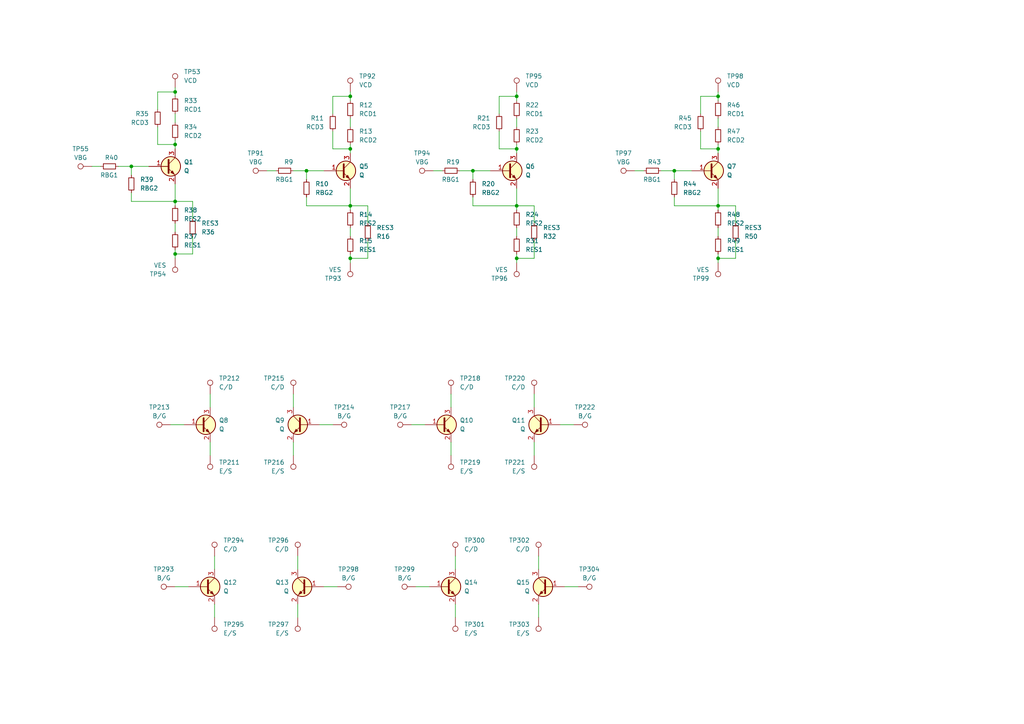
<source format=kicad_sch>
(kicad_sch (version 20250114) (generator "eeschema") (generator_version "9.0")
  (paper "A4")
  (lib_symbols
    (symbol "Connector:TestPoint" (pin_numbers (hide yes)) (pin_names (offset 0.762) (hide yes))
      (property "Reference" "TP" (at 0 6.858 0))
      (property "Value" "TestPoint" (at 0 5.08 0))
      (symbol "TestPoint_0_1"
        (circle (center 0 3.302) (radius 0.762))
      )
      (symbol "TestPoint_1_1"
        (pin passive line (at 0 0 90) (length 2.54) (name "1") (number "1"))
      )
    )
    (symbol "Device:R_Small" (pin_numbers (hide yes)) (pin_names (offset 0.254) (hide yes))
      (property "Reference" "R" (at 0.762 0.508 0))
      (property "Value" "R_Small" (at 0.762 -1.016 0))
      (symbol "R_Small_0_1"
        (rectangle (start -0.762 1.778) (end 0.762 -1.778) (stroke (width 0.2032)))
      )
      (symbol "R_Small_1_1"
        (pin passive line (at 0 2.54 270) (length 0.762) (name "~") (number "1"))
        (pin passive line (at 0 -2.54 90) (length 0.762) (name "~") (number "2"))
      )
    )
    (symbol "PCM_Transistor_BJT_AKL:BC847" (pin_names (hide yes))
      (property "Reference" "Q" (at 5.08 1.27 0))
      (property "Value" "BC847" (at 5.08 -1.27 0))
      (symbol "BC847_0_1"
        (polyline (pts (xy 0.635 1.905) (xy 0.635 -1.905) (xy 0.635 -1.905)) (stroke (width 0.508)))
        (polyline (pts (xy 0.635 0.635) (xy 2.54 2.54)))
        (polyline (pts (xy 0.635 -0.635) (xy 2.54 -2.54) (xy 2.54 -2.54)))
        (circle (center 1.27 0) (radius 2.8194) (stroke (width 0.254)) (fill (type background)))
        (polyline (pts (xy 1.27 -1.778) (xy 1.778 -1.27) (xy 2.286 -2.286) (xy 1.27 -1.778) (xy 1.27 -1.778)) (fill (type outline)))
      )
      (symbol "BC847_1_1"
        (pin input line (at -5.08 0 0) (length 5.715) (name "B") (number "1"))
        (pin passive line (at 2.54 5.08 270) (length 2.54) (name "C") (number "3"))
        (pin passive line (at 2.54 -5.08 90) (length 2.54) (name "E") (number "2"))
      )
    )
  )
  (junction (at 101.6 27.94))
  (junction (at 195.58 49.53))
  (junction (at 149.86 43.18))
  (junction (at 149.86 27.94))
  (junction (at 50.8 41.91))
  (junction (at 149.86 74.93))
  (junction (at 149.86 59.69))
  (junction (at 208.28 74.93))
  (junction (at 101.6 59.69))
  (junction (at 101.6 43.18))
  (junction (at 50.8 73.66))
  (junction (at 208.28 43.18))
  (junction (at 50.8 26.67))
  (junction (at 208.28 59.69))
  (junction (at 38.1 48.26))
  (junction (at 137.16 49.53))
  (junction (at 50.8 58.42))
  (junction (at 101.6 74.93))
  (junction (at 208.28 27.94))
  (junction (at 88.9 49.53))
  (wire (pts (xy 55.88 68.58) (xy 55.88 73.66)))
  (wire (pts (xy 85.09 114.3) (xy 85.09 118.11)))
  (wire (pts (xy 208.28 41.91) (xy 208.28 43.18)))
  (wire (pts (xy 213.36 69.85) (xy 213.36 74.93)))
  (wire (pts (xy 137.16 59.69) (xy 149.86 59.69)))
  (wire (pts (xy 96.52 43.18) (xy 101.6 43.18)))
  (wire (pts (xy 144.78 27.94) (xy 149.86 27.94)))
  (wire (pts (xy 137.16 49.53) (xy 137.16 52.07)))
  (wire (pts (xy 50.8 25.4) (xy 50.8 26.67)))
  (wire (pts (xy 50.8 41.91) (xy 50.8 43.18)))
  (wire (pts (xy 208.28 54.61) (xy 208.28 59.69)))
  (wire (pts (xy 149.86 34.29) (xy 149.86 36.83)))
  (wire (pts (xy 137.16 57.15) (xy 137.16 59.69)))
  (wire (pts (xy 166.37 123.19) (xy 162.56 123.19)))
  (wire (pts (xy 85.09 49.53) (xy 88.9 49.53)))
  (wire (pts (xy 34.29 48.26) (xy 38.1 48.26)))
  (wire (pts (xy 88.9 49.53) (xy 88.9 52.07)))
  (wire (pts (xy 101.6 43.18) (xy 101.6 44.45)))
  (wire (pts (xy 156.21 175.26) (xy 156.21 179.07)))
  (wire (pts (xy 96.52 27.94) (xy 101.6 27.94)))
  (wire (pts (xy 50.8 26.67) (xy 50.8 27.94)))
  (wire (pts (xy 154.94 69.85) (xy 154.94 74.93)))
  (wire (pts (xy 132.08 175.26) (xy 132.08 179.07)))
  (wire (pts (xy 85.09 128.27) (xy 85.09 132.08)))
  (wire (pts (xy 137.16 49.53) (xy 142.24 49.53)))
  (wire (pts (xy 101.6 41.91) (xy 101.6 43.18)))
  (wire (pts (xy 86.36 175.26) (xy 86.36 179.07)))
  (wire (pts (xy 213.36 74.93) (xy 208.28 74.93)))
  (wire (pts (xy 96.52 38.1) (xy 96.52 43.18)))
  (wire (pts (xy 132.08 161.29) (xy 132.08 165.1)))
  (wire (pts (xy 208.28 34.29) (xy 208.28 36.83)))
  (wire (pts (xy 101.6 34.29) (xy 101.6 36.83)))
  (wire (pts (xy 203.2 27.94) (xy 208.28 27.94)))
  (wire (pts (xy 203.2 43.18) (xy 208.28 43.18)))
  (wire (pts (xy 96.52 33.02) (xy 96.52 27.94)))
  (wire (pts (xy 101.6 76.2) (xy 101.6 74.93)))
  (wire (pts (xy 191.77 49.53) (xy 195.58 49.53)))
  (wire (pts (xy 38.1 58.42) (xy 50.8 58.42)))
  (wire (pts (xy 106.68 59.69) (xy 101.6 59.69)))
  (wire (pts (xy 38.1 55.88) (xy 38.1 58.42)))
  (wire (pts (xy 213.36 64.77) (xy 213.36 59.69)))
  (wire (pts (xy 154.94 64.77) (xy 154.94 59.69)))
  (wire (pts (xy 45.72 26.67) (xy 50.8 26.67)))
  (wire (pts (xy 149.86 26.67) (xy 149.86 27.94)))
  (wire (pts (xy 101.6 54.61) (xy 101.6 59.69)))
  (wire (pts (xy 208.28 26.67) (xy 208.28 27.94)))
  (wire (pts (xy 203.2 33.02) (xy 203.2 27.94)))
  (wire (pts (xy 50.8 67.31) (xy 50.8 64.77)))
  (wire (pts (xy 154.94 74.93) (xy 149.86 74.93)))
  (wire (pts (xy 149.86 41.91) (xy 149.86 43.18)))
  (wire (pts (xy 156.21 161.29) (xy 156.21 165.1)))
  (wire (pts (xy 50.8 74.93) (xy 50.8 73.66)))
  (wire (pts (xy 50.8 170.18) (xy 54.61 170.18)))
  (wire (pts (xy 86.36 161.29) (xy 86.36 165.1)))
  (wire (pts (xy 154.94 114.3) (xy 154.94 118.11)))
  (wire (pts (xy 208.28 74.93) (xy 208.28 73.66)))
  (wire (pts (xy 38.1 48.26) (xy 38.1 50.8)))
  (wire (pts (xy 26.67 48.26) (xy 29.21 48.26)))
  (wire (pts (xy 77.47 49.53) (xy 80.01 49.53)))
  (wire (pts (xy 60.96 128.27) (xy 60.96 132.08)))
  (wire (pts (xy 208.28 76.2) (xy 208.28 74.93)))
  (wire (pts (xy 167.64 170.18) (xy 163.83 170.18)))
  (wire (pts (xy 125.73 49.53) (xy 128.27 49.53)))
  (wire (pts (xy 203.2 38.1) (xy 203.2 43.18)))
  (wire (pts (xy 101.6 68.58) (xy 101.6 66.04)))
  (wire (pts (xy 130.81 128.27) (xy 130.81 132.08)))
  (wire (pts (xy 195.58 59.69) (xy 208.28 59.69)))
  (wire (pts (xy 45.72 41.91) (xy 50.8 41.91)))
  (wire (pts (xy 106.68 64.77) (xy 106.68 59.69)))
  (wire (pts (xy 62.23 175.26) (xy 62.23 179.07)))
  (wire (pts (xy 88.9 49.53) (xy 93.98 49.53)))
  (wire (pts (xy 50.8 40.64) (xy 50.8 41.91)))
  (wire (pts (xy 50.8 33.02) (xy 50.8 35.56)))
  (wire (pts (xy 195.58 49.53) (xy 200.66 49.53)))
  (wire (pts (xy 97.79 170.18) (xy 93.98 170.18)))
  (wire (pts (xy 154.94 59.69) (xy 149.86 59.69)))
  (wire (pts (xy 45.72 36.83) (xy 45.72 41.91)))
  (wire (pts (xy 184.15 49.53) (xy 186.69 49.53)))
  (wire (pts (xy 49.53 123.19) (xy 53.34 123.19)))
  (wire (pts (xy 50.8 73.66) (xy 50.8 72.39)))
  (wire (pts (xy 208.28 43.18) (xy 208.28 44.45)))
  (wire (pts (xy 195.58 57.15) (xy 195.58 59.69)))
  (wire (pts (xy 149.86 60.96) (xy 149.86 59.69)))
  (wire (pts (xy 88.9 57.15) (xy 88.9 59.69)))
  (wire (pts (xy 88.9 59.69) (xy 101.6 59.69)))
  (wire (pts (xy 149.86 54.61) (xy 149.86 59.69)))
  (wire (pts (xy 208.28 68.58) (xy 208.28 66.04)))
  (wire (pts (xy 38.1 48.26) (xy 43.18 48.26)))
  (wire (pts (xy 120.65 170.18) (xy 124.46 170.18)))
  (wire (pts (xy 60.96 114.3) (xy 60.96 118.11)))
  (wire (pts (xy 62.23 161.29) (xy 62.23 165.1)))
  (wire (pts (xy 213.36 59.69) (xy 208.28 59.69)))
  (wire (pts (xy 149.86 76.2) (xy 149.86 74.93)))
  (wire (pts (xy 133.35 49.53) (xy 137.16 49.53)))
  (wire (pts (xy 154.94 128.27) (xy 154.94 132.08)))
  (wire (pts (xy 208.28 60.96) (xy 208.28 59.69)))
  (wire (pts (xy 106.68 74.93) (xy 101.6 74.93)))
  (wire (pts (xy 45.72 31.75) (xy 45.72 26.67)))
  (wire (pts (xy 144.78 38.1) (xy 144.78 43.18)))
  (wire (pts (xy 101.6 74.93) (xy 101.6 73.66)))
  (wire (pts (xy 208.28 27.94) (xy 208.28 29.21)))
  (wire (pts (xy 149.86 27.94) (xy 149.86 29.21)))
  (wire (pts (xy 55.88 63.5) (xy 55.88 58.42)))
  (wire (pts (xy 50.8 53.34) (xy 50.8 58.42)))
  (wire (pts (xy 149.86 43.18) (xy 149.86 44.45)))
  (wire (pts (xy 149.86 68.58) (xy 149.86 66.04)))
  (wire (pts (xy 144.78 33.02) (xy 144.78 27.94)))
  (wire (pts (xy 144.78 43.18) (xy 149.86 43.18)))
  (wire (pts (xy 149.86 74.93) (xy 149.86 73.66)))
  (wire (pts (xy 195.58 49.53) (xy 195.58 52.07)))
  (wire (pts (xy 106.68 69.85) (xy 106.68 74.93)))
  (wire (pts (xy 96.52 123.19) (xy 92.71 123.19)))
  (wire (pts (xy 55.88 58.42) (xy 50.8 58.42)))
  (wire (pts (xy 101.6 60.96) (xy 101.6 59.69)))
  (wire (pts (xy 119.38 123.19) (xy 123.19 123.19)))
  (wire (pts (xy 101.6 26.67) (xy 101.6 27.94)))
  (wire (pts (xy 130.81 114.3) (xy 130.81 118.11)))
  (wire (pts (xy 50.8 59.69) (xy 50.8 58.42)))
  (wire (pts (xy 55.88 73.66) (xy 50.8 73.66)))
  (wire (pts (xy 101.6 27.94) (xy 101.6 29.21)))
  (symbol (lib_id "Connector:TestPoint") (at 50.8 74.93 180) (unit 1)
    (property "Reference" "TP54" (at 48.26 79.502 0) (effects (justify left)))
    (property "Value" "VES" (at 48.26 76.962 0) (effects (justify left)))
    (property "Footprint" "TestPoint:TestPoint_Pad_D2.0mm" (effects (hide yes)))
  )
  (symbol (lib_id "Device:R_Small") (at 208.28 39.37 180) (unit 1)
    (property "Reference" "R47" (at 210.82 38.1 0) (effects (justify right)))
    (property "Value" "RCD2" (at 210.82 40.64 0) (effects (justify right)))
    (property "Footprint" "testboard:R_1206_0805_3216Metric_Pad1.30x1.75mm_HandSolder_test" (effects (hide yes)))
  )
  (symbol (lib_id "Device:R_Small") (at 45.72 34.29 0) (mirror x) (unit 1)
    (property "Reference" "R35" (at 43.18 33.02 0) (effects (justify right)))
    (property "Value" "RCD3" (at 43.18 35.56 0) (effects (justify right)))
    (property "Footprint" "testboard:R_1206_0805_3216Metric_Pad1.30x1.75mm_HandSolder_test" (effects (hide yes)))
  )
  (symbol (lib_id "Device:R_Small") (at 195.58 54.61 180) (unit 1)
    (property "Reference" "R44" (at 198.12 53.34 0) (effects (justify right)))
    (property "Value" "RBG2" (at 198.12 55.88 0) (effects (justify right)))
    (property "Footprint" "testboard:R_1206_0805_3216Metric_Pad1.30x1.75mm_HandSolder_test" (effects (hide yes)))
  )
  (symbol (lib_id "Connector:TestPoint") (at 60.96 132.08 180) (unit 1)
    (property "Reference" "TP211" (at 63.5 134.112 0) (effects (justify right)))
    (property "Value" "E/S" (at 63.5 136.652 0) (effects (justify right)))
    (property "Footprint" "TestPoint:TestPoint_Pad_D2.0mm" (effects (hide yes)))
  )
  (symbol (lib_id "PCM_Transistor_BJT_AKL:BC847") (at 205.74 49.53 0) (unit 1)
    (property "Reference" "Q7" (at 210.82 48.26 0) (effects (justify left)))
    (property "Value" "Q" (at 210.82 50.8 0) (effects (justify left)))
    (property "Footprint" "Package_TO_SOT_SMD:SOT-23" (effects (hide yes)))
    (property "Datasheet" "https://assets.nexperia.com/documents/data-sheet/BC847_SER.pdf" (effects (hide yes)))
  )
  (symbol (lib_id "Device:R_Small") (at 137.16 54.61 180) (unit 1)
    (property "Reference" "R20" (at 139.7 53.34 0) (effects (justify right)))
    (property "Value" "RBG2" (at 139.7 55.88 0) (effects (justify right)))
    (property "Footprint" "testboard:R_1206_0805_3216Metric_Pad1.30x1.75mm_HandSolder_test" (effects (hide yes)))
  )
  (symbol (lib_id "Connector:TestPoint") (at 156.21 161.29 0) (mirror y) (unit 1)
    (property "Reference" "TP302" (at 153.67 156.718 0) (effects (justify left)))
    (property "Value" "C/D" (at 153.67 159.258 0) (effects (justify left)))
    (property "Footprint" "TestPoint:TestPoint_Pad_D2.0mm" (effects (hide yes)))
  )
  (symbol (lib_id "Connector:TestPoint") (at 120.65 170.18 90) (unit 1)
    (property "Reference" "TP299" (at 117.348 165.1 90))
    (property "Value" "B/G" (at 117.348 167.64 90))
    (property "Footprint" "TestPoint:TestPoint_Pad_D2.0mm" (effects (hide yes)))
  )
  (symbol (lib_id "Device:R_Small") (at 50.8 38.1 180) (unit 1)
    (property "Reference" "R34" (at 53.34 36.83 0) (effects (justify right)))
    (property "Value" "RCD2" (at 53.34 39.37 0) (effects (justify right)))
    (property "Footprint" "testboard:R_1206_0805_3216Metric_Pad1.30x1.75mm_HandSolder_test" (effects (hide yes)))
  )
  (symbol (lib_id "Device:R_Small") (at 31.75 48.26 270) (mirror x) (unit 1)
    (property "Reference" "R40" (at 34.29 45.72 90) (effects (justify right)))
    (property "Value" "RBG1" (at 34.29 50.8 90) (effects (justify right)))
    (property "Footprint" "testboard:R_1206_0805_3216Metric_Pad1.30x1.75mm_HandSolder_test" (effects (hide yes)))
  )
  (symbol (lib_id "Device:R_Small") (at 106.68 67.31 0) (mirror y) (unit 1)
    (property "Reference" "R16" (at 109.22 68.58 0) (effects (justify right)))
    (property "Value" "RES3" (at 109.22 66.04 0) (effects (justify right)))
    (property "Footprint" "testboard:R_1206_0805_3216Metric_Pad1.30x1.75mm_HandSolder_test" (effects (hide yes)))
  )
  (symbol (lib_id "Connector:TestPoint") (at 49.53 123.19 90) (unit 1)
    (property "Reference" "TP213" (at 46.228 118.11 90))
    (property "Value" "B/G" (at 46.228 120.65 90))
    (property "Footprint" "TestPoint:TestPoint_Pad_D2.0mm" (effects (hide yes)))
  )
  (symbol (lib_id "Device:R_Small") (at 101.6 31.75 180) (unit 1)
    (property "Reference" "R12" (at 104.14 30.48 0) (effects (justify right)))
    (property "Value" "RCD1" (at 104.14 33.02 0) (effects (justify right)))
    (property "Footprint" "testboard:R_1206_0805_3216Metric_Pad1.30x1.75mm_HandSolder_test" (effects (hide yes)))
  )
  (symbol (lib_id "Device:R_Small") (at 149.86 71.12 0) (unit 1)
    (property "Reference" "R31" (at 152.4 69.85 0) (effects (justify left)))
    (property "Value" "RES1" (at 152.4 72.39 0) (effects (justify left)))
    (property "Footprint" "testboard:R_1206_0805_3216Metric_Pad1.30x1.75mm_HandSolder_test" (effects (hide yes)))
  )
  (symbol (lib_id "Connector:TestPoint") (at 132.08 179.07 180) (unit 1)
    (property "Reference" "TP301" (at 134.62 181.102 0) (effects (justify right)))
    (property "Value" "E/S" (at 134.62 183.642 0) (effects (justify right)))
    (property "Footprint" "TestPoint:TestPoint_Pad_D2.0mm" (effects (hide yes)))
  )
  (symbol (lib_id "Device:R_Small") (at 208.28 71.12 0) (unit 1)
    (property "Reference" "R49" (at 210.82 69.85 0) (effects (justify left)))
    (property "Value" "RES1" (at 210.82 72.39 0) (effects (justify left)))
    (property "Footprint" "testboard:R_1206_0805_3216Metric_Pad1.30x1.75mm_HandSolder_test" (effects (hide yes)))
  )
  (symbol (lib_id "Connector:TestPoint") (at 60.96 114.3 0) (unit 1)
    (property "Reference" "TP212" (at 63.5 109.728 0) (effects (justify left)))
    (property "Value" "C/D" (at 63.5 112.268 0) (effects (justify left)))
    (property "Footprint" "TestPoint:TestPoint_Pad_D2.0mm" (effects (hide yes)))
  )
  (symbol (lib_id "Connector:TestPoint") (at 62.23 179.07 180) (unit 1)
    (property "Reference" "TP295" (at 64.77 181.102 0) (effects (justify right)))
    (property "Value" "E/S" (at 64.77 183.642 0) (effects (justify right)))
    (property "Footprint" "TestPoint:TestPoint_Pad_D2.0mm" (effects (hide yes)))
  )
  (symbol (lib_id "Device:R_Small") (at 149.86 31.75 180) (unit 1)
    (property "Reference" "R22" (at 152.4 30.48 0) (effects (justify right)))
    (property "Value" "RCD1" (at 152.4 33.02 0) (effects (justify right)))
    (property "Footprint" "testboard:R_1206_0805_3216Metric_Pad1.30x1.75mm_HandSolder_test" (effects (hide yes)))
  )
  (symbol (lib_id "Connector:TestPoint") (at 184.15 49.53 90) (unit 1)
    (property "Reference" "TP97" (at 180.848 44.45 90))
    (property "Value" "VBG" (at 180.848 46.99 90))
    (property "Footprint" "TestPoint:TestPoint_Pad_D2.0mm" (effects (hide yes)))
  )
  (symbol (lib_id "Connector:TestPoint") (at 156.21 179.07 0) (mirror x) (unit 1)
    (property "Reference" "TP303" (at 153.67 181.102 0) (effects (justify right)))
    (property "Value" "E/S" (at 153.67 183.642 0) (effects (justify right)))
    (property "Footprint" "TestPoint:TestPoint_Pad_D2.0mm" (effects (hide yes)))
  )
  (symbol (lib_id "Connector:TestPoint") (at 130.81 132.08 180) (unit 1)
    (property "Reference" "TP219" (at 133.35 134.112 0) (effects (justify right)))
    (property "Value" "E/S" (at 133.35 136.652 0) (effects (justify right)))
    (property "Footprint" "TestPoint:TestPoint_Pad_D2.0mm" (effects (hide yes)))
  )
  (symbol (lib_id "PCM_Transistor_BJT_AKL:BC847") (at 58.42 123.19 0) (unit 1)
    (property "Reference" "Q8" (at 63.5 121.92 0) (effects (justify left)))
    (property "Value" "Q" (at 63.5 124.46 0) (effects (justify left)))
    (property "Footprint" "Package_TO_SOT_SMD:SOT-23" (effects (hide yes)))
    (property "Datasheet" "https://assets.nexperia.com/documents/data-sheet/BC847_SER.pdf" (effects (hide yes)))
  )
  (symbol (lib_id "Connector:TestPoint") (at 132.08 161.29 0) (unit 1)
    (property "Reference" "TP300" (at 134.62 156.718 0) (effects (justify left)))
    (property "Value" "C/D" (at 134.62 159.258 0) (effects (justify left)))
    (property "Footprint" "TestPoint:TestPoint_Pad_D2.0mm" (effects (hide yes)))
  )
  (symbol (lib_id "Connector:TestPoint") (at 125.73 49.53 90) (unit 1)
    (property "Reference" "TP94" (at 122.428 44.45 90))
    (property "Value" "VBG" (at 122.428 46.99 90))
    (property "Footprint" "TestPoint:TestPoint_Pad_D2.0mm" (effects (hide yes)))
  )
  (symbol (lib_id "Device:R_Small") (at 82.55 49.53 270) (mirror x) (unit 1)
    (property "Reference" "R9" (at 85.09 46.99 90) (effects (justify right)))
    (property "Value" "RBG1" (at 85.09 52.07 90) (effects (justify right)))
    (property "Footprint" "testboard:R_1206_0805_3216Metric_Pad1.30x1.75mm_HandSolder_test" (effects (hide yes)))
  )
  (symbol (lib_id "Device:R_Small") (at 130.81 49.53 270) (mirror x) (unit 1)
    (property "Reference" "R19" (at 133.35 46.99 90) (effects (justify right)))
    (property "Value" "RBG1" (at 133.35 52.07 90) (effects (justify right)))
    (property "Footprint" "testboard:R_1206_0805_3216Metric_Pad1.30x1.75mm_HandSolder_test" (effects (hide yes)))
  )
  (symbol (lib_id "Connector:TestPoint") (at 86.36 161.29 0) (mirror y) (unit 1)
    (property "Reference" "TP296" (at 83.82 156.718 0) (effects (justify left)))
    (property "Value" "C/D" (at 83.82 159.258 0) (effects (justify left)))
    (property "Footprint" "TestPoint:TestPoint_Pad_D2.0mm" (effects (hide yes)))
  )
  (symbol (lib_id "Connector:TestPoint") (at 208.28 76.2 180) (unit 1)
    (property "Reference" "TP99" (at 205.74 80.772 0) (effects (justify left)))
    (property "Value" "VES" (at 205.74 78.232 0) (effects (justify left)))
    (property "Footprint" "TestPoint:TestPoint_Pad_D2.0mm" (effects (hide yes)))
  )
  (symbol (lib_id "PCM_Transistor_BJT_AKL:BC847") (at 129.54 170.18 0) (unit 1)
    (property "Reference" "Q14" (at 134.62 168.91 0) (effects (justify left)))
    (property "Value" "Q" (at 134.62 171.45 0) (effects (justify left)))
    (property "Footprint" "Package_TO_SOT_SMD:SOT-23" (effects (hide yes)))
    (property "Datasheet" "https://assets.nexperia.com/documents/data-sheet/BC847_SER.pdf" (effects (hide yes)))
  )
  (symbol (lib_id "Connector:TestPoint") (at 96.52 123.19 270) (mirror x) (unit 1)
    (property "Reference" "TP214" (at 99.822 118.11 90))
    (property "Value" "B/G" (at 99.822 120.65 90))
    (property "Footprint" "TestPoint:TestPoint_Pad_D2.0mm" (effects (hide yes)))
  )
  (symbol (lib_id "Connector:TestPoint") (at 97.79 170.18 270) (mirror x) (unit 1)
    (property "Reference" "TP298" (at 101.092 165.1 90))
    (property "Value" "B/G" (at 101.092 167.64 90))
    (property "Footprint" "TestPoint:TestPoint_Pad_D2.0mm" (effects (hide yes)))
  )
  (symbol (lib_id "Device:R_Small") (at 101.6 39.37 180) (unit 1)
    (property "Reference" "R13" (at 104.14 38.1 0) (effects (justify right)))
    (property "Value" "RCD2" (at 104.14 40.64 0) (effects (justify right)))
    (property "Footprint" "testboard:R_1206_0805_3216Metric_Pad1.30x1.75mm_HandSolder_test" (effects (hide yes)))
  )
  (symbol (lib_id "Device:R_Small") (at 50.8 62.23 0) (unit 1)
    (property "Reference" "R38" (at 53.34 60.96 0) (effects (justify left)))
    (property "Value" "RES2" (at 53.34 63.5 0) (effects (justify left)))
    (property "Footprint" "testboard:R_1206_0805_3216Metric_Pad1.30x1.75mm_HandSolder_test" (effects (hide yes)))
  )
  (symbol (lib_id "Device:R_Small") (at 189.23 49.53 270) (mirror x) (unit 1)
    (property "Reference" "R43" (at 191.77 46.99 90) (effects (justify right)))
    (property "Value" "RBG1" (at 191.77 52.07 90) (effects (justify right)))
    (property "Footprint" "testboard:R_1206_0805_3216Metric_Pad1.30x1.75mm_HandSolder_test" (effects (hide yes)))
  )
  (symbol (lib_id "PCM_Transistor_BJT_AKL:BC847") (at 147.32 49.53 0) (unit 1)
    (property "Reference" "Q6" (at 152.4 48.26 0) (effects (justify left)))
    (property "Value" "Q" (at 152.4 50.8 0) (effects (justify left)))
    (property "Footprint" "Package_TO_SOT_SMD:SOT-23" (effects (hide yes)))
    (property "Datasheet" "https://assets.nexperia.com/documents/data-sheet/BC847_SER.pdf" (effects (hide yes)))
  )
  (symbol (lib_id "Connector:TestPoint") (at 85.09 114.3 0) (mirror y) (unit 1)
    (property "Reference" "TP215" (at 82.55 109.728 0) (effects (justify left)))
    (property "Value" "C/D" (at 82.55 112.268 0) (effects (justify left)))
    (property "Footprint" "TestPoint:TestPoint_Pad_D2.0mm" (effects (hide yes)))
  )
  (symbol (lib_id "Connector:TestPoint") (at 154.94 132.08 0) (mirror x) (unit 1)
    (property "Reference" "TP221" (at 152.4 134.112 0) (effects (justify right)))
    (property "Value" "E/S" (at 152.4 136.652 0) (effects (justify right)))
    (property "Footprint" "TestPoint:TestPoint_Pad_D2.0mm" (effects (hide yes)))
  )
  (symbol (lib_id "PCM_Transistor_BJT_AKL:BC847") (at 48.26 48.26 0) (unit 1)
    (property "Reference" "Q1" (at 53.34 46.99 0) (effects (justify left)))
    (property "Value" "Q" (at 53.34 49.53 0) (effects (justify left)))
    (property "Footprint" "Package_TO_SOT_SMD:SOT-23" (effects (hide yes)))
    (property "Datasheet" "https://assets.nexperia.com/documents/data-sheet/BC847_SER.pdf" (effects (hide yes)))
  )
  (symbol (lib_id "Device:R_Small") (at 55.88 66.04 0) (mirror y) (unit 1)
    (property "Reference" "R36" (at 58.42 67.31 0) (effects (justify right)))
    (property "Value" "RES3" (at 58.42 64.77 0) (effects (justify right)))
    (property "Footprint" "testboard:R_1206_0805_3216Metric_Pad1.30x1.75mm_HandSolder_test" (effects (hide yes)))
  )
  (symbol (lib_id "Device:R_Small") (at 203.2 35.56 0) (mirror x) (unit 1)
    (property "Reference" "R45" (at 200.66 34.29 0) (effects (justify right)))
    (property "Value" "RCD3" (at 200.66 36.83 0) (effects (justify right)))
    (property "Footprint" "testboard:R_1206_0805_3216Metric_Pad1.30x1.75mm_HandSolder_test" (effects (hide yes)))
  )
  (symbol (lib_id "Device:R_Small") (at 38.1 53.34 180) (unit 1)
    (property "Reference" "R39" (at 40.64 52.07 0) (effects (justify right)))
    (property "Value" "RBG2" (at 40.64 54.61 0) (effects (justify right)))
    (property "Footprint" "testboard:R_1206_0805_3216Metric_Pad1.30x1.75mm_HandSolder_test" (effects (hide yes)))
  )
  (symbol (lib_id "Connector:TestPoint") (at 149.86 76.2 180) (unit 1)
    (property "Reference" "TP96" (at 147.32 80.772 0) (effects (justify left)))
    (property "Value" "VES" (at 147.32 78.232 0) (effects (justify left)))
    (property "Footprint" "TestPoint:TestPoint_Pad_D2.0mm" (effects (hide yes)))
  )
  (symbol (lib_id "PCM_Transistor_BJT_AKL:BC847") (at 99.06 49.53 0) (unit 1)
    (property "Reference" "Q5" (at 104.14 48.26 0) (effects (justify left)))
    (property "Value" "Q" (at 104.14 50.8 0) (effects (justify left)))
    (property "Footprint" "Package_TO_SOT_SMD:SOT-23" (effects (hide yes)))
    (property "Datasheet" "https://assets.nexperia.com/documents/data-sheet/BC847_SER.pdf" (effects (hide yes)))
  )
  (symbol (lib_id "PCM_Transistor_BJT_AKL:BC847") (at 157.48 123.19 0) (mirror y) (unit 1)
    (property "Reference" "Q11" (at 152.4 121.92 0) (effects (justify left)))
    (property "Value" "Q" (at 152.4 124.46 0) (effects (justify left)))
    (property "Footprint" "Package_TO_SOT_SMD:SOT-23" (effects (hide yes)))
    (property "Datasheet" "https://assets.nexperia.com/documents/data-sheet/BC847_SER.pdf" (effects (hide yes)))
  )
  (symbol (lib_id "Device:R_Small") (at 213.36 67.31 0) (mirror y) (unit 1)
    (property "Reference" "R50" (at 215.9 68.58 0) (effects (justify right)))
    (property "Value" "RES3" (at 215.9 66.04 0) (effects (justify right)))
    (property "Footprint" "testboard:R_1206_0805_3216Metric_Pad1.30x1.75mm_HandSolder_test" (effects (hide yes)))
  )
  (symbol (lib_id "Connector:TestPoint") (at 149.86 26.67 0) (unit 1)
    (property "Reference" "TP95" (at 152.4 22.098 0) (effects (justify left)))
    (property "Value" "VCD" (at 152.4 24.638 0) (effects (justify left)))
    (property "Footprint" "TestPoint:TestPoint_Pad_D2.0mm" (effects (hide yes)))
  )
  (symbol (lib_id "PCM_Transistor_BJT_AKL:BC847") (at 59.69 170.18 0) (unit 1)
    (property "Reference" "Q12" (at 64.77 168.91 0) (effects (justify left)))
    (property "Value" "Q" (at 64.77 171.45 0) (effects (justify left)))
    (property "Footprint" "Package_TO_SOT_SMD:SOT-23" (effects (hide yes)))
    (property "Datasheet" "https://assets.nexperia.com/documents/data-sheet/BC847_SER.pdf" (effects (hide yes)))
  )
  (symbol (lib_id "Connector:TestPoint") (at 86.36 179.07 0) (mirror x) (unit 1)
    (property "Reference" "TP297" (at 83.82 181.102 0) (effects (justify right)))
    (property "Value" "E/S" (at 83.82 183.642 0) (effects (justify right)))
    (property "Footprint" "TestPoint:TestPoint_Pad_D2.0mm" (effects (hide yes)))
  )
  (symbol (lib_id "Device:R_Small") (at 101.6 63.5 0) (unit 1)
    (property "Reference" "R14" (at 104.14 62.23 0) (effects (justify left)))
    (property "Value" "RES2" (at 104.14 64.77 0) (effects (justify left)))
    (property "Footprint" "testboard:R_1206_0805_3216Metric_Pad1.30x1.75mm_HandSolder_test" (effects (hide yes)))
  )
  (symbol (lib_id "Device:R_Small") (at 149.86 39.37 180) (unit 1)
    (property "Reference" "R23" (at 152.4 38.1 0) (effects (justify right)))
    (property "Value" "RCD2" (at 152.4 40.64 0) (effects (justify right)))
    (property "Footprint" "testboard:R_1206_0805_3216Metric_Pad1.30x1.75mm_HandSolder_test" (effects (hide yes)))
  )
  (symbol (lib_id "Device:R_Small") (at 50.8 69.85 0) (unit 1)
    (property "Reference" "R37" (at 53.34 68.58 0) (effects (justify left)))
    (property "Value" "RES1" (at 53.34 71.12 0) (effects (justify left)))
    (property "Footprint" "testboard:R_1206_0805_3216Metric_Pad1.30x1.75mm_HandSolder_test" (effects (hide yes)))
  )
  (symbol (lib_id "Device:R_Small") (at 96.52 35.56 0) (mirror x) (unit 1)
    (property "Reference" "R11" (at 93.98 34.29 0) (effects (justify right)))
    (property "Value" "RCD3" (at 93.98 36.83 0) (effects (justify right)))
    (property "Footprint" "testboard:R_1206_0805_3216Metric_Pad1.30x1.75mm_HandSolder_test" (effects (hide yes)))
  )
  (symbol (lib_id "PCM_Transistor_BJT_AKL:BC847") (at 128.27 123.19 0) (unit 1)
    (property "Reference" "Q10" (at 133.35 121.92 0) (effects (justify left)))
    (property "Value" "Q" (at 133.35 124.46 0) (effects (justify left)))
    (property "Footprint" "Package_TO_SOT_SMD:SOT-23" (effects (hide yes)))
    (property "Datasheet" "https://assets.nexperia.com/documents/data-sheet/BC847_SER.pdf" (effects (hide yes)))
  )
  (symbol (lib_id "Device:R_Small") (at 208.28 63.5 0) (unit 1)
    (property "Reference" "R48" (at 210.82 62.23 0) (effects (justify left)))
    (property "Value" "RES2" (at 210.82 64.77 0) (effects (justify left)))
    (property "Footprint" "testboard:R_1206_0805_3216Metric_Pad1.30x1.75mm_HandSolder_test" (effects (hide yes)))
  )
  (symbol (lib_id "Device:R_Small") (at 144.78 35.56 0) (mirror x) (unit 1)
    (property "Reference" "R21" (at 142.24 34.29 0) (effects (justify right)))
    (property "Value" "RCD3" (at 142.24 36.83 0) (effects (justify right)))
    (property "Footprint" "testboard:R_1206_0805_3216Metric_Pad1.30x1.75mm_HandSolder_test" (effects (hide yes)))
  )
  (symbol (lib_id "Connector:TestPoint") (at 119.38 123.19 90) (unit 1)
    (property "Reference" "TP217" (at 116.078 118.11 90))
    (property "Value" "B/G" (at 116.078 120.65 90))
    (property "Footprint" "TestPoint:TestPoint_Pad_D2.0mm" (effects (hide yes)))
  )
  (symbol (lib_id "Connector:TestPoint") (at 85.09 132.08 0) (mirror x) (unit 1)
    (property "Reference" "TP216" (at 82.55 134.112 0) (effects (justify right)))
    (property "Value" "E/S" (at 82.55 136.652 0) (effects (justify right)))
    (property "Footprint" "TestPoint:TestPoint_Pad_D2.0mm" (effects (hide yes)))
  )
  (symbol (lib_id "Connector:TestPoint") (at 26.67 48.26 90) (unit 1)
    (property "Reference" "TP55" (at 23.368 43.18 90))
    (property "Value" "VBG" (at 23.368 45.72 90))
    (property "Footprint" "TestPoint:TestPoint_Pad_D2.0mm" (effects (hide yes)))
  )
  (symbol (lib_id "Connector:TestPoint") (at 50.8 170.18 90) (unit 1)
    (property "Reference" "TP293" (at 47.498 165.1 90))
    (property "Value" "B/G" (at 47.498 167.64 90))
    (property "Footprint" "TestPoint:TestPoint_Pad_D2.0mm" (effects (hide yes)))
  )
  (symbol (lib_id "Connector:TestPoint") (at 154.94 114.3 0) (mirror y) (unit 1)
    (property "Reference" "TP220" (at 152.4 109.728 0) (effects (justify left)))
    (property "Value" "C/D" (at 152.4 112.268 0) (effects (justify left)))
    (property "Footprint" "TestPoint:TestPoint_Pad_D2.0mm" (effects (hide yes)))
  )
  (symbol (lib_id "Connector:TestPoint") (at 101.6 76.2 180) (unit 1)
    (property "Reference" "TP93" (at 99.06 80.772 0) (effects (justify left)))
    (property "Value" "VES" (at 99.06 78.232 0) (effects (justify left)))
    (property "Footprint" "TestPoint:TestPoint_Pad_D2.0mm" (effects (hide yes)))
  )
  (symbol (lib_id "PCM_Transistor_BJT_AKL:BC847") (at 87.63 123.19 0) (mirror y) (unit 1)
    (property "Reference" "Q9" (at 82.55 121.92 0) (effects (justify left)))
    (property "Value" "Q" (at 82.55 124.46 0) (effects (justify left)))
    (property "Footprint" "Package_TO_SOT_SMD:SOT-23" (effects (hide yes)))
    (property "Datasheet" "https://assets.nexperia.com/documents/data-sheet/BC847_SER.pdf" (effects (hide yes)))
  )
  (symbol (lib_id "Connector:TestPoint") (at 208.28 26.67 0) (unit 1)
    (property "Reference" "TP98" (at 210.82 22.098 0) (effects (justify left)))
    (property "Value" "VCD" (at 210.82 24.638 0) (effects (justify left)))
    (property "Footprint" "TestPoint:TestPoint_Pad_D2.0mm" (effects (hide yes)))
  )
  (symbol (lib_id "Connector:TestPoint") (at 50.8 25.4 0) (unit 1)
    (property "Reference" "TP53" (at 53.34 20.828 0) (effects (justify left)))
    (property "Value" "VCD" (at 53.34 23.368 0) (effects (justify left)))
    (property "Footprint" "TestPoint:TestPoint_Pad_D2.0mm" (effects (hide yes)))
  )
  (symbol (lib_id "Device:R_Small") (at 154.94 67.31 0) (mirror y) (unit 1)
    (property "Reference" "R32" (at 157.48 68.58 0) (effects (justify right)))
    (property "Value" "RES3" (at 157.48 66.04 0) (effects (justify right)))
    (property "Footprint" "testboard:R_1206_0805_3216Metric_Pad1.30x1.75mm_HandSolder_test" (effects (hide yes)))
  )
  (symbol (lib_id "Device:R_Small") (at 208.28 31.75 180) (unit 1)
    (property "Reference" "R46" (at 210.82 30.48 0) (effects (justify right)))
    (property "Value" "RCD1" (at 210.82 33.02 0) (effects (justify right)))
    (property "Footprint" "testboard:R_1206_0805_3216Metric_Pad1.30x1.75mm_HandSolder_test" (effects (hide yes)))
  )
  (symbol (lib_id "Device:R_Small") (at 149.86 63.5 0) (unit 1)
    (property "Reference" "R24" (at 152.4 62.23 0) (effects (justify left)))
    (property "Value" "RES2" (at 152.4 64.77 0) (effects (justify left)))
    (property "Footprint" "testboard:R_1206_0805_3216Metric_Pad1.30x1.75mm_HandSolder_test" (effects (hide yes)))
  )
  (symbol (lib_id "Connector:TestPoint") (at 77.47 49.53 90) (unit 1)
    (property "Reference" "TP91" (at 74.168 44.45 90))
    (property "Value" "VBG" (at 74.168 46.99 90))
    (property "Footprint" "TestPoint:TestPoint_Pad_D2.0mm" (effects (hide yes)))
  )
  (symbol (lib_id "Connector:TestPoint") (at 166.37 123.19 270) (mirror x) (unit 1)
    (property "Reference" "TP222" (at 169.672 118.11 90))
    (property "Value" "B/G" (at 169.672 120.65 90))
    (property "Footprint" "TestPoint:TestPoint_Pad_D2.0mm" (effects (hide yes)))
  )
  (symbol (lib_id "PCM_Transistor_BJT_AKL:BC847") (at 158.75 170.18 0) (mirror y) (unit 1)
    (property "Reference" "Q15" (at 153.67 168.91 0) (effects (justify left)))
    (property "Value" "Q" (at 153.67 171.45 0) (effects (justify left)))
    (property "Footprint" "Package_TO_SOT_SMD:SOT-23" (effects (hide yes)))
    (property "Datasheet" "https://assets.nexperia.com/documents/data-sheet/BC847_SER.pdf" (effects (hide yes)))
  )
  (symbol (lib_id "Connector:TestPoint") (at 101.6 26.67 0) (unit 1)
    (property "Reference" "TP92" (at 104.14 22.098 0) (effects (justify left)))
    (property "Value" "VCD" (at 104.14 24.638 0) (effects (justify left)))
    (property "Footprint" "TestPoint:TestPoint_Pad_D2.0mm" (effects (hide yes)))
  )
  (symbol (lib_id "Device:R_Small") (at 88.9 54.61 180) (unit 1)
    (property "Reference" "R10" (at 91.44 53.34 0) (effects (justify right)))
    (property "Value" "RBG2" (at 91.44 55.88 0) (effects (justify right)))
    (property "Footprint" "testboard:R_1206_0805_3216Metric_Pad1.30x1.75mm_HandSolder_test" (effects (hide yes)))
  )
  (symbol (lib_id "Connector:TestPoint") (at 130.81 114.3 0) (unit 1)
    (property "Reference" "TP218" (at 133.35 109.728 0) (effects (justify left)))
    (property "Value" "C/D" (at 133.35 112.268 0) (effects (justify left)))
    (property "Footprint" "TestPoint:TestPoint_Pad_D2.0mm" (effects (hide yes)))
  )
  (symbol (lib_id "Connector:TestPoint") (at 167.64 170.18 270) (mirror x) (unit 1)
    (property "Reference" "TP304" (at 170.942 165.1 90))
    (property "Value" "B/G" (at 170.942 167.64 90))
    (property "Footprint" "TestPoint:TestPoint_Pad_D2.0mm" (effects (hide yes)))
  )
  (symbol (lib_id "Device:R_Small") (at 50.8 30.48 180) (unit 1)
    (property "Reference" "R33" (at 53.34 29.21 0) (effects (justify right)))
    (property "Value" "RCD1" (at 53.34 31.75 0) (effects (justify right)))
    (property "Footprint" "testboard:R_1206_0805_3216Metric_Pad1.30x1.75mm_HandSolder_test" (effects (hide yes)))
  )
  (symbol (lib_id "PCM_Transistor_BJT_AKL:BC847") (at 88.9 170.18 0) (mirror y) (unit 1)
    (property "Reference" "Q13" (at 83.82 168.91 0) (effects (justify left)))
    (property "Value" "Q" (at 83.82 171.45 0) (effects (justify left)))
    (property "Footprint" "Package_TO_SOT_SMD:SOT-23" (effects (hide yes)))
    (property "Datasheet" "https://assets.nexperia.com/documents/data-sheet/BC847_SER.pdf" (effects (hide yes)))
  )
  (symbol (lib_id "Connector:TestPoint") (at 62.23 161.29 0) (unit 1)
    (property "Reference" "TP294" (at 64.77 156.718 0) (effects (justify left)))
    (property "Value" "C/D" (at 64.77 159.258 0) (effects (justify left)))
    (property "Footprint" "TestPoint:TestPoint_Pad_D2.0mm" (effects (hide yes)))
  )
  (symbol (lib_id "Device:R_Small") (at 101.6 71.12 0) (unit 1)
    (property "Reference" "R15" (at 104.14 69.85 0) (effects (justify left)))
    (property "Value" "RES1" (at 104.14 72.39 0) (effects (justify left)))
    (property "Footprint" "testboard:R_1206_0805_3216Metric_Pad1.30x1.75mm_HandSolder_test" (effects (hide yes)))
  )
)
</source>
